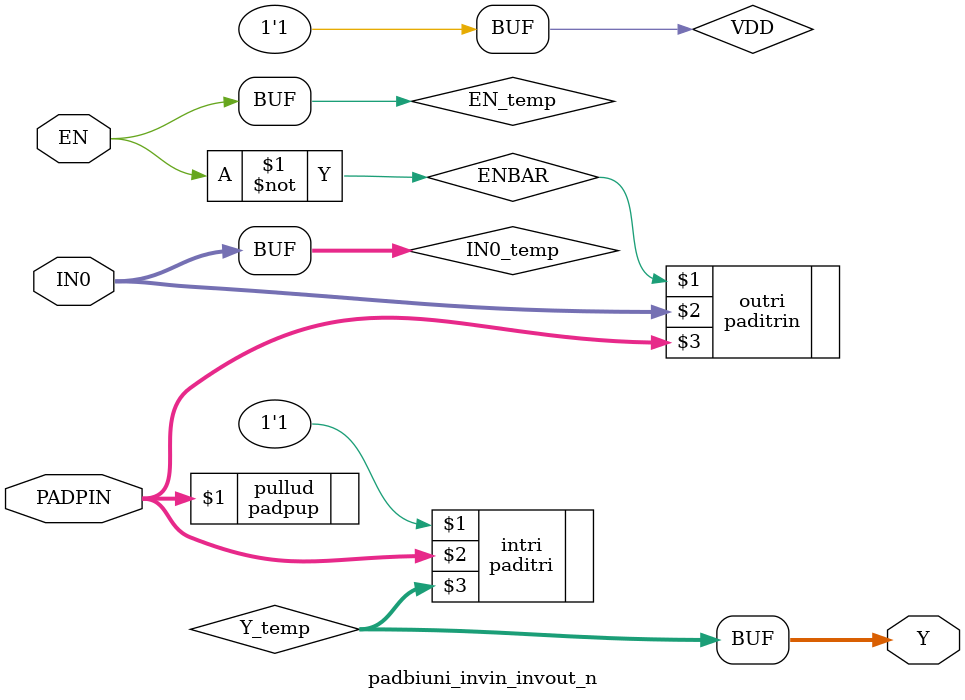
<source format=v>
module padbiuni_invin_invout_n(EN,IN0,PADPIN,Y);
  parameter M = 7;
  parameter N = 0;
  parameter SLIM_FLAG = 0;
  parameter OUTDRIVE = "4MA";
  parameter LEVEL_SHIFTING = 0;
  parameter SCHMITT_TRIGGER = 0;
  parameter PULL_TYPE = "None";
  parameter
        d_EN_r = 0,
        d_EN_f = 0,
        d_IN0 = 0,
        d_PADPIN = 1,
        d_Y = 1;
  input  EN;
  input [M:N] IN0;
  inout [M:N] PADPIN;
  output [M:N] Y;
  wire  EN_temp;
  wire [M:N] IN0_temp;
  wire [M:N] PADPIN_temp;
  wire [M:N] Y_temp;
  supply1  VDD;
  wire  ENBAR;
  assign #(d_EN_r,d_EN_f) EN_temp = EN;
  assign #(d_IN0) IN0_temp = IN0;
  assign #(d_Y) Y = Y_temp;
  assign
    ENBAR = ( ~ EN_temp);
  padpup #(M,N,PULL_TYPE) pullud (PADPIN);
  paditrin #(M,N,PULL_TYPE) outri (ENBAR,IN0_temp,PADPIN);
  paditri #(M,N) intri (VDD,PADPIN,Y_temp);
endmodule

</source>
